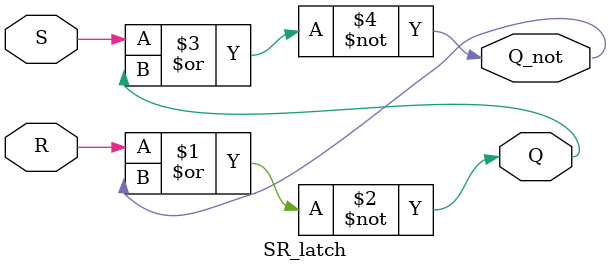
<source format=v>
`timescale 1ns / 1ps
module SR_latch(
    input S,
    input R,
    output Q,
	 output Q_not
    );

	assign Q = ~(R | Q_not);
	assign Q_not = ~( S | Q);
	


endmodule

</source>
